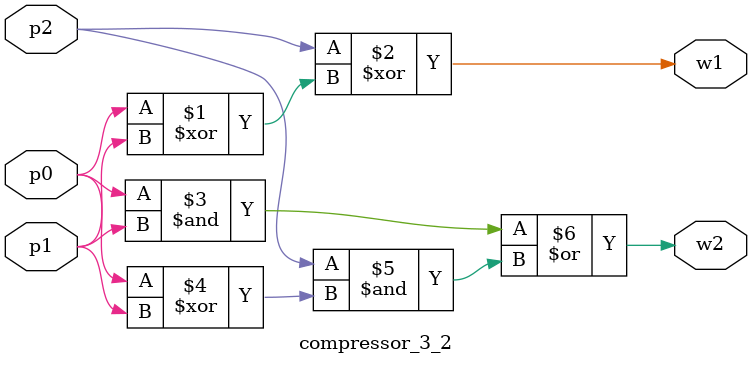
<source format=v>
`timescale 1ns / 1ps

module compressor_3_2(
    input p0,
    input p1,
    input p2,
    output w1,
    output w2
    );

//assign w1 = (p0 | p1); 
//assign w2 = (p2|(p0 & p1)); 

assign w1 = (p2 ^ (p0 ^ p1));
assign w2 = (p0 & p1) | (p2 & (p0 ^ p1));


endmodule



</source>
